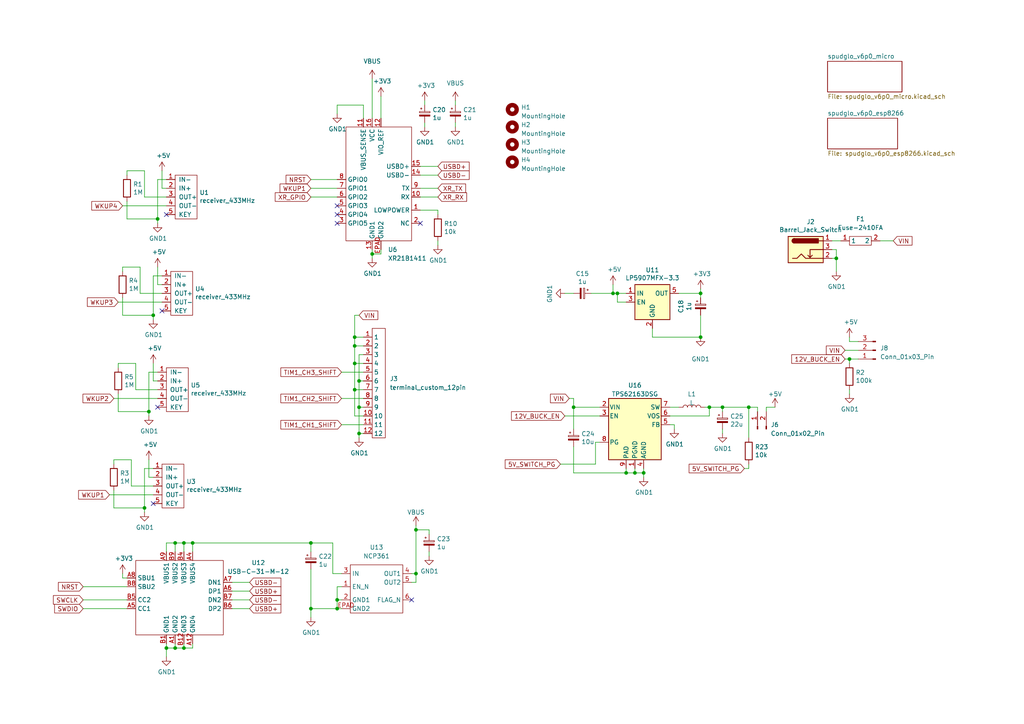
<source format=kicad_sch>
(kicad_sch (version 20230121) (generator eeschema)
  (paper "A4")
  (lib_symbols
    (symbol "Connector:Barrel_Jack_Switch" (pin_names hide)
      (property "Reference" "J" (at 0 5.334 0))
      (property "Value" "Barrel_Jack_Switch" (at 0 -5.08 0))
      (symbol "Barrel_Jack_Switch_0_1"
        (rectangle (start -5.08 3.81) (end 5.08 -3.81) (stroke (width 0.254)) (fill (type background)))
        (arc (start -3.302 3.175) (mid -3.9343 2.54) (end -3.302 1.905) (stroke (width 0.254)))
        (arc (start -3.302 3.175) (mid -3.9343 2.54) (end -3.302 1.905) (stroke (width 0.254)) (fill (type outline)))
        (polyline (pts (xy 1.27 -2.286) (xy 1.905 -1.651)) (stroke (width 0.254)))
        (polyline (pts (xy 5.08 2.54) (xy 3.81 2.54)) (stroke (width 0.254)))
        (polyline (pts (xy 5.08 0) (xy 1.27 0) (xy 1.27 -2.286) (xy 0.635 -1.651)) (stroke (width 0.254)))
        (polyline (pts (xy -3.81 -2.54) (xy -2.54 -2.54) (xy -1.27 -1.27) (xy 0 -2.54) (xy 2.54 -2.54) (xy 5.08 -2.54)) (stroke (width 0.254)))
        (rectangle (start 3.683 3.175) (end -3.302 1.905) (stroke (width 0.254)) (fill (type outline)))
      )
      (symbol "Barrel_Jack_Switch_1_1"
        (pin passive line (at 7.62 2.54 180) (length 2.54) (name "~") (number "1"))
        (pin passive line (at 7.62 -2.54 180) (length 2.54) (name "~") (number "2"))
        (pin passive line (at 7.62 0 180) (length 2.54) (name "~") (number "3"))
      )
    )
    (symbol "Connector:Conn_01x02_Pin" (pin_names (offset 1.016) hide)
      (property "Reference" "J" (at 0 2.54 0))
      (property "Value" "Conn_01x02_Pin" (at 0 -5.08 0))
      (symbol "Conn_01x02_Pin_1_1"
        (polyline (pts (xy 1.27 -2.54) (xy 0.8636 -2.54)) (stroke (width 0.1524)))
        (polyline (pts (xy 1.27 0) (xy 0.8636 0)) (stroke (width 0.1524)))
        (rectangle (start 0.8636 -2.413) (end 0 -2.667) (stroke (width 0.1524)) (fill (type outline)))
        (rectangle (start 0.8636 0.127) (end 0 -0.127) (stroke (width 0.1524)) (fill (type outline)))
        (pin passive line (at 5.08 0 180) (length 3.81) (name "Pin_1") (number "1"))
        (pin passive line (at 5.08 -2.54 180) (length 3.81) (name "Pin_2") (number "2"))
      )
    )
    (symbol "Connector:Conn_01x03_Pin" (pin_names (offset 1.016) hide)
      (property "Reference" "J" (at 0 5.08 0))
      (property "Value" "Conn_01x03_Pin" (at 0 -5.08 0))
      (symbol "Conn_01x03_Pin_1_1"
        (polyline (pts (xy 1.27 -2.54) (xy 0.8636 -2.54)) (stroke (width 0.1524)))
        (polyline (pts (xy 1.27 0) (xy 0.8636 0)) (stroke (width 0.1524)))
        (polyline (pts (xy 1.27 2.54) (xy 0.8636 2.54)) (stroke (width 0.1524)))
        (rectangle (start 0.8636 -2.413) (end 0 -2.667) (stroke (width 0.1524)) (fill (type outline)))
        (rectangle (start 0.8636 0.127) (end 0 -0.127) (stroke (width 0.1524)) (fill (type outline)))
        (rectangle (start 0.8636 2.667) (end 0 2.413) (stroke (width 0.1524)) (fill (type outline)))
        (pin passive line (at 5.08 2.54 180) (length 3.81) (name "Pin_1") (number "1"))
        (pin passive line (at 5.08 0 180) (length 3.81) (name "Pin_2") (number "2"))
        (pin passive line (at 5.08 -2.54 180) (length 3.81) (name "Pin_3") (number "3"))
      )
    )
    (symbol "Device:L" (pin_numbers hide) (pin_names (offset 1.016) hide)
      (property "Reference" "L" (at -1.27 0 90))
      (property "Value" "L" (at 1.905 0 90))
      (symbol "L_0_1"
        (arc (start 0 -2.54) (mid 0.6323 -1.905) (end 0 -1.27))
        (arc (start 0 -1.27) (mid 0.6323 -0.635) (end 0 0))
        (arc (start 0 0) (mid 0.6323 0.635) (end 0 1.27))
        (arc (start 0 1.27) (mid 0.6323 1.905) (end 0 2.54))
      )
      (symbol "L_1_1"
        (pin passive line (at 0 3.81 270) (length 1.27) (name "1") (number "1"))
        (pin passive line (at 0 -3.81 90) (length 1.27) (name "2") (number "2"))
      )
    )
    (symbol "Device:R" (pin_numbers hide) (pin_names (offset 0))
      (property "Reference" "R" (at 2.032 0 90))
      (property "Value" "R" (at 0 0 90))
      (symbol "R_0_1"
        (rectangle (start -1.016 -2.54) (end 1.016 2.54) (stroke (width 0.254)))
      )
      (symbol "R_1_1"
        (pin passive line (at 0 3.81 270) (length 1.27) (name "~") (number "1"))
        (pin passive line (at 0 -3.81 90) (length 1.27) (name "~") (number "2"))
      )
    )
    (symbol "Mechanical:MountingHole" (pin_names (offset 1.016))
      (property "Reference" "H" (at 0 5.08 0))
      (property "Value" "MountingHole" (at 0 3.175 0))
      (symbol "MountingHole_0_1"
        (circle (center 0 0) (radius 1.27) (stroke (width 1.27)))
      )
    )
    (symbol "NCP361_1"
      (property "Reference" "U" (at 1.27 1.27 0))
      (property "Value" "NCP361_1" (at 12.7 -15.24 0))
      (symbol "NCP361_1_0_1"
        (rectangle (start 0 0) (end 15.24 -13.97))
      )
      (symbol "NCP361_1_1_1"
        (pin input line (at -2.54 -6.35 0) (length 2.54) (name "EN_N") (number "1"))
        (pin input line (at -2.54 -10.16 0) (length 2.54) (name "GND1") (number "2"))
        (pin input line (at -2.54 -2.54 0) (length 2.54) (name "IN") (number "3"))
        (pin input line (at 17.78 -2.54 180) (length 2.54) (name "OUT1") (number "4"))
        (pin input line (at 17.78 -5.08 180) (length 2.54) (name "OUT2") (number "5"))
        (pin input line (at 17.78 -10.16 180) (length 2.54) (name "FLAG_N") (number "6"))
        (pin input line (at -2.54 -12.7 0) (length 2.54) (name "GND2") (number "EPAD"))
      )
    )
    (symbol "Regulator_Linear:LP5907MFX-3.3"
      (property "Reference" "U" (at -3.81 6.35 0))
      (property "Value" "LP5907MFX-3.3" (at 6.35 6.35 0))
      (symbol "LP5907MFX-3.3_0_1"
        (rectangle (start -5.08 -5.08) (end 5.08 5.08) (stroke (width 0.254)) (fill (type background)))
        (pin power_in line (at -7.62 2.54 0) (length 2.54) (name "IN") (number "1"))
        (pin power_in line (at 0 -7.62 90) (length 2.54) (name "GND") (number "2"))
        (pin input line (at -7.62 0 0) (length 2.54) (name "EN") (number "3"))
        (pin no_connect line (at 5.08 0 180) (length 2.54) hide (name "NC") (number "4"))
        (pin power_out line (at 7.62 2.54 180) (length 2.54) (name "OUT") (number "5"))
      )
    )
    (symbol "Regulator_Switching:TPS62163DSG" (pin_names (offset 0.254))
      (property "Reference" "U" (at -7.62 11.43 0))
      (property "Value" "TPS62163DSG" (at -1.27 11.43 0))
      (symbol "TPS62163DSG_0_1"
        (rectangle (start -7.62 10.16) (end 7.62 -7.62) (stroke (width 0.254)) (fill (type background)))
      )
      (symbol "TPS62163DSG_1_1"
        (pin power_in line (at 0 -10.16 90) (length 2.54) (name "PGND") (number "1"))
        (pin power_in line (at -10.16 7.62 0) (length 2.54) (name "VIN") (number "2"))
        (pin input line (at -10.16 5.08 0) (length 2.54) (name "EN") (number "3"))
        (pin power_in line (at 2.54 -10.16 90) (length 2.54) (name "AGND") (number "4"))
        (pin input line (at 10.16 2.54 180) (length 2.54) (name "FB") (number "5"))
        (pin input line (at 10.16 5.08 180) (length 2.54) (name "VOS") (number "6"))
        (pin output line (at 10.16 7.62 180) (length 2.54) (name "SW") (number "7"))
        (pin open_collector line (at -10.16 -2.54 0) (length 2.54) (name "PG") (number "8"))
        (pin power_in line (at -2.54 -10.16 90) (length 2.54) (name "PAD") (number "9"))
      )
    )
    (symbol "XR21B1411_1"
      (property "Reference" "U" (at 1.27 1.27 0))
      (property "Value" "XR21B1411_1" (at 20.32 -34.29 0))
      (symbol "XR21B1411_1_0_1"
        (rectangle (start 0 0) (end 19.05 -33.02))
      )
      (symbol "XR21B1411_1_1_1"
        (pin input line (at 21.59 -24.13 180) (length 2.54) (name "LOWPOWER") (number "1"))
        (pin input line (at 21.59 -20.32 180) (length 2.54) (name "RX") (number "10"))
        (pin input line (at 5.08 2.54 270) (length 2.54) (name "VBUS_SENSE") (number "11"))
        (pin input line (at 10.16 2.54 270) (length 2.54) (name "VIO_REF") (number "12"))
        (pin input line (at 7.62 -35.56 90) (length 2.54) (name "GND1") (number "13"))
        (pin input line (at 21.59 -13.97 180) (length 2.54) (name "USBD-") (number "14"))
        (pin input line (at 21.59 -11.43 180) (length 2.54) (name "USBD+") (number "15"))
        (pin input line (at 7.62 2.54 270) (length 2.54) (name "VCC") (number "16"))
        (pin input line (at 21.59 -27.94 180) (length 2.54) (name "NC") (number "2"))
        (pin input line (at -2.54 -27.94 0) (length 2.54) (name "GPIO5") (number "3"))
        (pin input line (at -2.54 -25.4 0) (length 2.54) (name "GPIO4") (number "4"))
        (pin input line (at -2.54 -22.86 0) (length 2.54) (name "GPIO3") (number "5"))
        (pin input line (at -2.54 -20.32 0) (length 2.54) (name "GPIO2") (number "6"))
        (pin input line (at -2.54 -17.78 0) (length 2.54) (name "GPIO1") (number "7"))
        (pin input line (at -2.54 -15.24 0) (length 2.54) (name "GPIO0") (number "8"))
        (pin input line (at 21.59 -17.78 180) (length 2.54) (name "TX") (number "9"))
        (pin input line (at 10.16 -35.56 90) (length 2.54) (name "GND2") (number "EPAD"))
      )
    )
    (symbol "power:+5V" (power) (pin_names (offset 0))
      (property "Value" "+5V" (at 0 3.556 0))
      (symbol "+5V_0_1"
        (polyline (pts (xy -0.762 1.27) (xy 0 2.54)))
        (polyline (pts (xy 0 0) (xy 0 2.54)))
        (polyline (pts (xy 0 2.54) (xy 0.762 1.27)))
      )
      (symbol "+5V_1_1"
        (pin power_in line (at 0 0 90) (length 0) hide (name "+5V") (number "1"))
      )
    )
    (symbol "power:GND1" (power) (pin_names (offset 0))
      (property "Value" "GND1" (at 0 -3.81 0))
      (symbol "GND1_0_1"
        (polyline (pts (xy 0 0) (xy 0 -1.27) (xy 1.27 -1.27) (xy 0 -2.54) (xy -1.27 -1.27) (xy 0 -1.27)))
      )
      (symbol "GND1_1_1"
        (pin power_in line (at 0 0 270) (length 0) hide (name "GND1") (number "1"))
      )
    )
    (symbol "power:VBUS" (power) (pin_names (offset 0))
      (property "Value" "VBUS" (at 0 3.81 0))
      (symbol "VBUS_0_1"
        (polyline (pts (xy -0.762 1.27) (xy 0 2.54)))
        (polyline (pts (xy 0 0) (xy 0 2.54)))
        (polyline (pts (xy 0 2.54) (xy 0.762 1.27)))
      )
      (symbol "VBUS_1_1"
        (pin power_in line (at 0 0 90) (length 0) hide (name "VBUS") (number "1"))
      )
    )
    (symbol "spudglo_driver_v3p1-rescue:+3.3V-power" (power) (pin_names (offset 0))
      (property "Value" "+3.3V-power" (at 0 3.556 0))
      (symbol "+3.3V-power_0_1"
        (polyline (pts (xy -0.762 1.27) (xy 0 2.54)))
        (polyline (pts (xy 0 0) (xy 0 2.54)))
        (polyline (pts (xy 0 2.54) (xy 0.762 1.27)))
      )
      (symbol "+3.3V-power_1_1"
        (pin power_in line (at 0 0 90) (length 0) hide (name "+3V3") (number "1"))
      )
    )
    (symbol "spudglo_driver_v3p1-rescue:CP_Small-Device" (pin_numbers hide) (pin_names (offset 0.254) hide)
      (property "Reference" "C" (at 0.254 1.778 0))
      (property "Value" "CP_Small-Device" (at 0.254 -2.032 0))
      (symbol "CP_Small-Device_0_1"
        (rectangle (start -1.524 -0.3048) (end 1.524 -0.6858) (fill (type outline)))
        (rectangle (start -1.524 0.6858) (end 1.524 0.3048))
        (polyline (pts (xy -1.27 1.524) (xy -0.762 1.524)))
        (polyline (pts (xy -1.016 1.27) (xy -1.016 1.778)))
      )
      (symbol "CP_Small-Device_1_1"
        (pin passive line (at 0 2.54 270) (length 1.8542) (name "~") (number "1"))
        (pin passive line (at 0 -2.54 90) (length 1.8542) (name "~") (number "2"))
      )
    )
    (symbol "spudglo_driver_v3p1-rescue:receiver_433MHz-srw_custom" (pin_names (offset 1.016))
      (property "Reference" "U" (at 0 0 0))
      (property "Value" "receiver_433MHz-srw_custom" (at 2.54 -20.32 0))
      (symbol "receiver_433MHz-srw_custom_0_1"
        (rectangle (start 2.54 -2.54) (end 8.89 -15.24))
      )
      (symbol "receiver_433MHz-srw_custom_1_1"
        (pin input line (at 0 -3.81 0) (length 2.54) (name "IN-") (number "1"))
        (pin input line (at 0 -6.35 0) (length 2.54) (name "IN+") (number "2"))
        (pin input line (at 0 -8.89 0) (length 2.54) (name "OUT+") (number "3"))
        (pin input line (at 0 -11.43 0) (length 2.54) (name "OUT-") (number "4"))
        (pin input line (at 0 -13.97 0) (length 2.54) (name "KEY") (number "5"))
      )
    )
    (symbol "srw_custom:Fuse-2410FA"
      (property "Reference" "F" (at 0 0 0))
      (property "Value" "Fuse-2410FA" (at 0 2.54 0))
      (symbol "Fuse-2410FA_0_1"
        (rectangle (start 0 -2.54) (end 6.35 -5.08))
      )
      (symbol "Fuse-2410FA_1_1"
        (pin input line (at -2.54 -3.81 0) (length 2.54) (name "1") (number "1"))
        (pin input line (at 8.89 -3.81 180) (length 2.54) (name "2") (number "2"))
      )
    )
    (symbol "srw_custom:USB-C-31-M-12"
      (property "Reference" "U" (at 0 1.27 0))
      (property "Value" "USB-C-31-M-12" (at 27.94 -24.13 0))
      (symbol "USB-C-31-M-12_0_1"
        (rectangle (start 0 0) (end 25.4 -21.59))
      )
      (symbol "USB-C-31-M-12_1_1"
        (pin input line (at 11.43 -24.13 90) (length 2.54) (name "GND2") (number "A1"))
        (pin input line (at 16.51 -24.13 90) (length 2.54) (name "GND4") (number "A12"))
        (pin input line (at 16.51 2.54 270) (length 2.54) (name "VBUS4") (number "A4"))
        (pin input line (at -2.54 -13.97 0) (length 2.54) (name "CC1") (number "A5"))
        (pin input line (at 27.94 -8.89 180) (length 2.54) (name "DP1") (number "A6"))
        (pin input line (at 27.94 -6.35 180) (length 2.54) (name "DN1") (number "A7"))
        (pin input line (at -2.54 -5.08 0) (length 2.54) (name "SBU1") (number "A8"))
        (pin input line (at 8.89 2.54 270) (length 2.54) (name "VBUS1") (number "A9"))
        (pin input line (at 8.89 -24.13 90) (length 2.54) (name "GND1") (number "B1"))
        (pin input line (at 13.97 -24.13 90) (length 2.54) (name "GND3") (number "B12"))
        (pin input line (at 13.97 2.54 270) (length 2.54) (name "VBUS3") (number "B4"))
        (pin input line (at -2.54 -11.43 0) (length 2.54) (name "CC2") (number "B5"))
        (pin input line (at 27.94 -13.97 180) (length 2.54) (name "DP2") (number "B6"))
        (pin input line (at 27.94 -11.43 180) (length 2.54) (name "DN2") (number "B7"))
        (pin input line (at -2.54 -7.62 0) (length 2.54) (name "SBU2") (number "B8"))
        (pin input line (at 11.43 2.54 270) (length 2.54) (name "VBUS2") (number "B9"))
      )
    )
    (symbol "srw_custom:terminal_custom_12pin"
      (property "Reference" "J" (at 0 -1.27 0))
      (property "Value" "terminal_custom_12pin" (at 0 1.27 0))
      (symbol "terminal_custom_12pin_0_1"
        (rectangle (start 0 -2.54) (end 3.81 -34.29))
      )
      (symbol "terminal_custom_12pin_1_1"
        (pin input line (at -2.54 -5.08 0) (length 2.54) (name "1") (number "1"))
        (pin input line (at -2.54 -27.94 0) (length 2.54) (name "10") (number "10"))
        (pin input line (at -2.54 -30.48 0) (length 2.54) (name "11") (number "11"))
        (pin input line (at -2.54 -33.02 0) (length 2.54) (name "12") (number "12"))
        (pin input line (at -2.54 -7.62 0) (length 2.54) (name "2") (number "2"))
        (pin input line (at -2.54 -10.16 0) (length 2.54) (name "3") (number "3"))
        (pin input line (at -2.54 -12.7 0) (length 2.54) (name "4") (number "4"))
        (pin input line (at -2.54 -15.24 0) (length 2.54) (name "5") (number "5"))
        (pin input line (at -2.54 -17.78 0) (length 2.54) (name "6") (number "6"))
        (pin input line (at -2.54 -20.32 0) (length 2.54) (name "7") (number "7"))
        (pin input line (at -2.54 -22.86 0) (length 2.54) (name "8") (number "8"))
        (pin input line (at -2.54 -25.4 0) (length 2.54) (name "9") (number "9"))
      )
    )
  )
  (junction (at 50.8 157.48))
  (junction (at 43.18 119.38))
  (junction (at 55.88 157.48))
  (junction (at 186.69 137.16))
  (junction (at 90.17 157.48))
  (junction (at 102.87 97.79))
  (junction (at 104.14 118.11))
  (junction (at 102.87 100.33))
  (junction (at 184.15 137.16))
  (junction (at 53.34 157.48))
  (junction (at 205.74 118.11))
  (junction (at 203.2 85.09))
  (junction (at 242.57 74.93))
  (junction (at 179.07 85.09))
  (junction (at 104.14 110.49))
  (junction (at 120.65 166.37))
  (junction (at 53.34 187.96))
  (junction (at 104.14 125.73))
  (junction (at 90.17 176.53))
  (junction (at 107.95 73.66))
  (junction (at 102.87 105.41))
  (junction (at 166.37 118.11))
  (junction (at 41.91 147.32))
  (junction (at 44.45 91.44))
  (junction (at 102.87 113.03))
  (junction (at 246.38 104.14))
  (junction (at 97.79 176.53))
  (junction (at 45.72 63.5))
  (junction (at 50.8 187.96))
  (junction (at 97.79 173.99))
  (junction (at 217.17 118.11))
  (junction (at 181.61 137.16))
  (junction (at 48.26 187.96))
  (junction (at 120.65 153.67))
  (junction (at 203.2 97.79))
  (junction (at 209.55 118.11))
  (junction (at 177.8 85.09))
  (no_connect (at 97.79 62.23))
  (no_connect (at 45.72 118.11))
  (no_connect (at 121.92 64.77))
  (no_connect (at 46.99 90.17))
  (no_connect (at 119.38 173.99))
  (no_connect (at 97.79 64.77))
  (no_connect (at 44.45 146.05))
  (no_connect (at 48.26 62.23))
  (no_connect (at 97.79 59.69))
  (wire (pts (xy 127 60.96) (xy 121.92 60.96)))
  (wire (pts (xy 105.41 30.48) (xy 105.41 34.29)))
  (wire (pts (xy 219.71 118.11) (xy 217.17 118.11)))
  (wire (pts (xy 222.25 118.11) (xy 222.25 119.38)))
  (wire (pts (xy 48.26 52.07) (xy 45.72 52.07)))
  (wire (pts (xy 181.61 87.63) (xy 179.07 87.63)))
  (wire (pts (xy 219.71 119.38) (xy 219.71 118.11)))
  (wire (pts (xy 104.14 125.73) (xy 105.41 125.73)))
  (wire (pts (xy 194.31 120.65) (xy 205.74 120.65)))
  (wire (pts (xy 184.15 135.89) (xy 184.15 137.16)))
  (wire (pts (xy 203.2 85.09) (xy 196.85 85.09)))
  (wire (pts (xy 242.57 72.39) (xy 241.3 72.39)))
  (wire (pts (xy 163.83 85.09) (xy 166.37 85.09)))
  (wire (pts (xy 102.87 105.41) (xy 105.41 105.41)))
  (wire (pts (xy 246.38 104.14) (xy 248.92 104.14)))
  (wire (pts (xy 189.23 97.79) (xy 203.2 97.79)))
  (wire (pts (xy 99.06 115.57) (xy 105.41 115.57)))
  (wire (pts (xy 242.57 74.93) (xy 242.57 78.74)))
  (wire (pts (xy 241.3 69.85) (xy 243.84 69.85)))
  (wire (pts (xy 102.87 100.33) (xy 105.41 100.33)))
  (wire (pts (xy 172.72 128.27) (xy 173.99 128.27)))
  (wire (pts (xy 90.17 157.48) (xy 90.17 160.02)))
  (wire (pts (xy 245.11 104.14) (xy 246.38 104.14)))
  (wire (pts (xy 124.46 160.02) (xy 124.46 161.29)))
  (wire (pts (xy 181.61 85.09) (xy 179.07 85.09)))
  (wire (pts (xy 102.87 91.44) (xy 104.14 91.44)))
  (wire (pts (xy 172.72 134.62) (xy 172.72 128.27)))
  (wire (pts (xy 33.02 133.35) (xy 33.02 134.62)))
  (wire (pts (xy 46.99 80.01) (xy 44.45 80.01)))
  (wire (pts (xy 127 62.23) (xy 127 60.96)))
  (wire (pts (xy 97.79 33.02) (xy 97.79 30.48)))
  (wire (pts (xy 24.13 176.53) (xy 36.83 176.53)))
  (wire (pts (xy 90.17 176.53) (xy 90.17 179.07)))
  (wire (pts (xy 53.34 157.48) (xy 55.88 157.48)))
  (wire (pts (xy 104.14 118.11) (xy 104.14 125.73)))
  (wire (pts (xy 224.79 118.11) (xy 222.25 118.11)))
  (wire (pts (xy 166.37 129.54) (xy 166.37 137.16)))
  (wire (pts (xy 90.17 176.53) (xy 97.79 176.53)))
  (wire (pts (xy 43.18 119.38) (xy 34.29 119.38)))
  (wire (pts (xy 48.26 57.15) (xy 41.91 57.15)))
  (wire (pts (xy 166.37 118.11) (xy 173.99 118.11)))
  (wire (pts (xy 215.9 135.89) (xy 217.17 135.89)))
  (wire (pts (xy 39.37 113.03) (xy 39.37 105.41)))
  (wire (pts (xy 217.17 118.11) (xy 209.55 118.11)))
  (wire (pts (xy 102.87 105.41) (xy 102.87 113.03)))
  (wire (pts (xy 242.57 74.93) (xy 242.57 72.39)))
  (wire (pts (xy 189.23 95.25) (xy 189.23 97.79)))
  (wire (pts (xy 105.41 102.87) (xy 104.14 102.87)))
  (wire (pts (xy 44.45 140.97) (xy 38.1 140.97)))
  (wire (pts (xy 44.45 91.44) (xy 44.45 92.71)))
  (wire (pts (xy 97.79 176.53) (xy 99.06 176.53)))
  (wire (pts (xy 67.31 168.91) (xy 72.39 168.91)))
  (wire (pts (xy 41.91 57.15) (xy 41.91 49.53)))
  (wire (pts (xy 194.31 118.11) (xy 196.85 118.11)))
  (wire (pts (xy 48.26 54.61) (xy 46.99 54.61)))
  (wire (pts (xy 34.29 105.41) (xy 34.29 106.68)))
  (wire (pts (xy 48.26 157.48) (xy 48.26 160.02)))
  (wire (pts (xy 205.74 120.65) (xy 205.74 118.11)))
  (wire (pts (xy 53.34 186.69) (xy 53.34 187.96)))
  (wire (pts (xy 107.95 73.66) (xy 110.49 73.66)))
  (wire (pts (xy 127 69.85) (xy 127 71.12)))
  (wire (pts (xy 35.56 59.69) (xy 48.26 59.69)))
  (wire (pts (xy 38.1 140.97) (xy 38.1 133.35)))
  (wire (pts (xy 45.72 107.95) (xy 43.18 107.95)))
  (wire (pts (xy 203.2 91.44) (xy 203.2 97.79)))
  (wire (pts (xy 132.08 29.21) (xy 132.08 30.48)))
  (wire (pts (xy 107.95 72.39) (xy 107.95 73.66)))
  (wire (pts (xy 177.8 85.09) (xy 171.45 85.09)))
  (wire (pts (xy 33.02 147.32) (xy 41.91 147.32)))
  (wire (pts (xy 179.07 85.09) (xy 177.8 85.09)))
  (wire (pts (xy 97.79 176.53) (xy 97.79 173.99)))
  (wire (pts (xy 45.72 113.03) (xy 39.37 113.03)))
  (wire (pts (xy 33.02 115.57) (xy 45.72 115.57)))
  (wire (pts (xy 203.2 85.09) (xy 203.2 83.82)))
  (wire (pts (xy 43.18 138.43) (xy 43.18 133.35)))
  (wire (pts (xy 184.15 137.16) (xy 186.69 137.16)))
  (wire (pts (xy 67.31 173.99) (xy 72.39 173.99)))
  (wire (pts (xy 246.38 113.03) (xy 246.38 114.3)))
  (wire (pts (xy 121.92 54.61) (xy 127 54.61)))
  (wire (pts (xy 163.83 120.65) (xy 173.99 120.65)))
  (wire (pts (xy 124.46 154.94) (xy 124.46 153.67)))
  (wire (pts (xy 179.07 87.63) (xy 179.07 85.09)))
  (wire (pts (xy 107.95 73.66) (xy 107.95 74.93)))
  (wire (pts (xy 35.56 91.44) (xy 44.45 91.44)))
  (wire (pts (xy 34.29 87.63) (xy 46.99 87.63)))
  (wire (pts (xy 36.83 58.42) (xy 36.83 63.5)))
  (wire (pts (xy 110.49 27.94) (xy 110.49 34.29)))
  (wire (pts (xy 96.52 157.48) (xy 96.52 166.37)))
  (wire (pts (xy 48.26 157.48) (xy 50.8 157.48)))
  (wire (pts (xy 166.37 137.16) (xy 181.61 137.16)))
  (wire (pts (xy 90.17 54.61) (xy 97.79 54.61)))
  (wire (pts (xy 99.06 107.95) (xy 105.41 107.95)))
  (wire (pts (xy 209.55 119.38) (xy 209.55 118.11)))
  (wire (pts (xy 50.8 186.69) (xy 50.8 187.96)))
  (wire (pts (xy 120.65 153.67) (xy 120.65 166.37)))
  (wire (pts (xy 255.27 69.85) (xy 259.08 69.85)))
  (wire (pts (xy 97.79 30.48) (xy 105.41 30.48)))
  (wire (pts (xy 120.65 152.4) (xy 120.65 153.67)))
  (wire (pts (xy 104.14 118.11) (xy 104.14 110.49)))
  (wire (pts (xy 246.38 104.14) (xy 246.38 105.41)))
  (wire (pts (xy 53.34 187.96) (xy 55.88 187.96)))
  (wire (pts (xy 123.19 29.21) (xy 123.19 30.48)))
  (wire (pts (xy 99.06 170.18) (xy 97.79 170.18)))
  (wire (pts (xy 53.34 160.02) (xy 53.34 157.48)))
  (wire (pts (xy 45.72 110.49) (xy 44.45 110.49)))
  (wire (pts (xy 35.56 86.36) (xy 35.56 91.44)))
  (wire (pts (xy 33.02 142.24) (xy 33.02 147.32)))
  (wire (pts (xy 90.17 165.1) (xy 90.17 176.53)))
  (wire (pts (xy 36.83 63.5) (xy 45.72 63.5)))
  (wire (pts (xy 48.26 187.96) (xy 48.26 190.5)))
  (wire (pts (xy 36.83 49.53) (xy 36.83 50.8)))
  (wire (pts (xy 67.31 171.45) (xy 72.39 171.45)))
  (wire (pts (xy 181.61 135.89) (xy 181.61 137.16)))
  (wire (pts (xy 40.64 85.09) (xy 40.64 77.47)))
  (wire (pts (xy 67.31 176.53) (xy 72.39 176.53)))
  (wire (pts (xy 43.18 107.95) (xy 43.18 119.38)))
  (wire (pts (xy 40.64 77.47) (xy 35.56 77.47)))
  (wire (pts (xy 166.37 118.11) (xy 166.37 124.46)))
  (wire (pts (xy 50.8 157.48) (xy 53.34 157.48)))
  (wire (pts (xy 24.13 170.18) (xy 36.83 170.18)))
  (wire (pts (xy 43.18 119.38) (xy 43.18 120.65)))
  (wire (pts (xy 205.74 118.11) (xy 204.47 118.11)))
  (wire (pts (xy 45.72 52.07) (xy 45.72 63.5)))
  (wire (pts (xy 55.88 157.48) (xy 90.17 157.48)))
  (wire (pts (xy 46.99 82.55) (xy 45.72 82.55)))
  (wire (pts (xy 50.8 160.02) (xy 50.8 157.48)))
  (wire (pts (xy 195.58 124.46) (xy 195.58 123.19)))
  (wire (pts (xy 123.19 35.56) (xy 123.19 36.83)))
  (wire (pts (xy 162.56 134.62) (xy 172.72 134.62)))
  (wire (pts (xy 90.17 57.15) (xy 97.79 57.15)))
  (wire (pts (xy 177.8 82.55) (xy 177.8 85.09)))
  (wire (pts (xy 90.17 157.48) (xy 96.52 157.48)))
  (wire (pts (xy 44.45 135.89) (xy 41.91 135.89)))
  (wire (pts (xy 186.69 137.16) (xy 186.69 138.43)))
  (wire (pts (xy 99.06 123.19) (xy 105.41 123.19)))
  (wire (pts (xy 120.65 168.91) (xy 119.38 168.91)))
  (wire (pts (xy 181.61 137.16) (xy 184.15 137.16)))
  (wire (pts (xy 102.87 105.41) (xy 102.87 100.33)))
  (wire (pts (xy 166.37 115.57) (xy 165.1 115.57)))
  (wire (pts (xy 203.2 86.36) (xy 203.2 85.09)))
  (wire (pts (xy 241.3 74.93) (xy 242.57 74.93)))
  (wire (pts (xy 209.55 118.11) (xy 205.74 118.11)))
  (wire (pts (xy 104.14 110.49) (xy 105.41 110.49)))
  (wire (pts (xy 35.56 167.64) (xy 35.56 166.37)))
  (wire (pts (xy 39.37 105.41) (xy 34.29 105.41)))
  (wire (pts (xy 107.95 22.86) (xy 107.95 34.29)))
  (wire (pts (xy 99.06 173.99) (xy 97.79 173.99)))
  (wire (pts (xy 35.56 77.47) (xy 35.56 78.74)))
  (wire (pts (xy 36.83 167.64) (xy 35.56 167.64)))
  (wire (pts (xy 217.17 118.11) (xy 217.17 127)))
  (wire (pts (xy 119.38 166.37) (xy 120.65 166.37)))
  (wire (pts (xy 104.14 127) (xy 104.14 125.73)))
  (wire (pts (xy 102.87 100.33) (xy 102.87 97.79)))
  (wire (pts (xy 102.87 113.03) (xy 105.41 113.03)))
  (wire (pts (xy 31.75 143.51) (xy 44.45 143.51)))
  (wire (pts (xy 44.45 110.49) (xy 44.45 105.41)))
  (wire (pts (xy 209.55 124.46) (xy 209.55 125.73)))
  (wire (pts (xy 104.14 118.11) (xy 105.41 118.11)))
  (wire (pts (xy 24.13 173.99) (xy 36.83 173.99)))
  (wire (pts (xy 46.99 85.09) (xy 40.64 85.09)))
  (wire (pts (xy 96.52 166.37) (xy 99.06 166.37)))
  (wire (pts (xy 132.08 35.56) (xy 132.08 36.83)))
  (wire (pts (xy 121.92 50.8) (xy 127 50.8)))
  (wire (pts (xy 41.91 135.89) (xy 41.91 147.32)))
  (wire (pts (xy 55.88 160.02) (xy 55.88 157.48)))
  (wire (pts (xy 45.72 82.55) (xy 45.72 77.47)))
  (wire (pts (xy 48.26 187.96) (xy 50.8 187.96)))
  (wire (pts (xy 90.17 52.07) (xy 97.79 52.07)))
  (wire (pts (xy 34.29 119.38) (xy 34.29 114.3)))
  (wire (pts (xy 102.87 97.79) (xy 105.41 97.79)))
  (wire (pts (xy 104.14 102.87) (xy 104.14 110.49)))
  (wire (pts (xy 102.87 91.44) (xy 102.87 97.79)))
  (wire (pts (xy 246.38 99.06) (xy 246.38 97.79)))
  (wire (pts (xy 38.1 133.35) (xy 33.02 133.35)))
  (wire (pts (xy 41.91 49.53) (xy 36.83 49.53)))
  (wire (pts (xy 44.45 80.01) (xy 44.45 91.44)))
  (wire (pts (xy 124.46 153.67) (xy 120.65 153.67)))
  (wire (pts (xy 121.92 48.26) (xy 127 48.26)))
  (wire (pts (xy 48.26 186.69) (xy 48.26 187.96)))
  (wire (pts (xy 41.91 147.32) (xy 41.91 148.59)))
  (wire (pts (xy 55.88 186.69) (xy 55.88 187.96)))
  (wire (pts (xy 195.58 123.19) (xy 194.31 123.19)))
  (wire (pts (xy 217.17 135.89) (xy 217.17 134.62)))
  (wire (pts (xy 186.69 135.89) (xy 186.69 137.16)))
  (wire (pts (xy 110.49 73.66) (xy 110.49 72.39)))
  (wire (pts (xy 46.99 54.61) (xy 46.99 49.53)))
  (wire (pts (xy 97.79 170.18) (xy 97.79 173.99)))
  (wire (pts (xy 102.87 120.65) (xy 102.87 113.03)))
  (wire (pts (xy 44.45 138.43) (xy 43.18 138.43)))
  (wire (pts (xy 50.8 187.96) (xy 53.34 187.96)))
  (wire (pts (xy 45.72 63.5) (xy 45.72 64.77)))
  (wire (pts (xy 166.37 115.57) (xy 166.37 118.11)))
  (wire (pts (xy 105.41 120.65) (xy 102.87 120.65)))
  (wire (pts (xy 245.11 101.6) (xy 248.92 101.6)))
  (wire (pts (xy 248.92 99.06) (xy 246.38 99.06)))
  (wire (pts (xy 121.92 57.15) (xy 127 57.15)))
  (wire (pts (xy 120.65 166.37) (xy 120.65 168.91)))
  (global_label "WKUP3" (shape input) (at 34.29 87.63 180) (property "Intersheetrefs" "${INTERSHEET_REFS}" (effects hide)))
  (global_label "XR_GPIO" (shape input) (at 90.17 57.15 180) (property "Intersheetrefs" "${INTERSHEET_REFS}" (effects hide)))
  (global_label "USBD-" (shape input) (at 72.39 168.91 0) (property "Intersheetrefs" "${INTERSHEET_REFS}" (effects hide)))
  (global_label "XR_TX" (shape input) (at 127 54.61 0) (property "Intersheetrefs" "${INTERSHEET_REFS}" (effects hide)))
  (global_label "USBD+" (shape input) (at 72.39 171.45 0) (property "Intersheetrefs" "${INTERSHEET_REFS}" (effects hide)))
  (global_label "USBD+" (shape input) (at 72.39 176.53 0) (property "Intersheetrefs" "${INTERSHEET_REFS}" (effects hide)))
  (global_label "SWDIO" (shape input) (at 24.13 176.53 180) (property "Intersheetrefs" "${INTERSHEET_REFS}" (effects hide)))
  (global_label "5V_SWITCH_PG" (shape input) (at 215.9 135.89 180) (property "Intersheetrefs" "${INTERSHEET_REFS}" (effects hide)))
  (global_label "VIN" (shape input) (at 259.08 69.85 0) (property "Intersheetrefs" "${INTERSHEET_REFS}" (effects hide)))
  (global_label "TIM1_CH2_SHIFT" (shape input) (at 99.06 115.57 180) (property "Intersheetrefs" "${INTERSHEET_REFS}" (effects hide)))
  (global_label "WKUP2" (shape input) (at 33.02 115.57 180) (property "Intersheetrefs" "${INTERSHEET_REFS}" (effects hide)))
  (global_label "NRST" (shape input) (at 24.13 170.18 180) (property "Intersheetrefs" "${INTERSHEET_REFS}" (effects hide)))
  (global_label "USBD+" (shape input) (at 127 48.26 0) (property "Intersheetrefs" "${INTERSHEET_REFS}" (effects hide)))
  (global_label "WKUP1" (shape input) (at 90.17 54.61 180) (property "Intersheetrefs" "${INTERSHEET_REFS}" (effects hide)))
  (global_label "12V_BUCK_EN" (shape input) (at 245.11 104.14 180) (property "Intersheetrefs" "${INTERSHEET_REFS}" (effects hide)))
  (global_label "5V_SWITCH_PG" (shape input) (at 162.56 134.62 180) (property "Intersheetrefs" "${INTERSHEET_REFS}" (effects hide)))
  (global_label "XR_RX" (shape input) (at 127 57.15 0) (property "Intersheetrefs" "${INTERSHEET_REFS}" (effects hide)))
  (global_label "WKUP1" (shape input) (at 31.75 143.51 180) (property "Intersheetrefs" "${INTERSHEET_REFS}" (effects hide)))
  (global_label "12V_BUCK_EN" (shape input) (at 163.83 120.65 180) (property "Intersheetrefs" "${INTERSHEET_REFS}" (effects hide)))
  (global_label "TIM1_CH3_SHIFT" (shape input) (at 99.06 107.95 180) (property "Intersheetrefs" "${INTERSHEET_REFS}" (effects hide)))
  (global_label "VIN" (shape input) (at 245.11 101.6 180) (property "Intersheetrefs" "${INTERSHEET_REFS}" (effects hide)))
  (global_label "USBD-" (shape input) (at 127 50.8 0) (property "Intersheetrefs" "${INTERSHEET_REFS}" (effects hide)))
  (global_label "TIM1_CH1_SHIFT" (shape input) (at 99.06 123.19 180) (property "Intersheetrefs" "${INTERSHEET_REFS}" (effects hide)))
  (global_label "USBD-" (shape input) (at 72.39 173.99 0) (property "Intersheetrefs" "${INTERSHEET_REFS}" (effects hide)))
  (global_label "WKUP4" (shape input) (at 35.56 59.69 180) (property "Intersheetrefs" "${INTERSHEET_REFS}" (effects hide)))
  (global_label "VIN" (shape input) (at 165.1 115.57 180) (property "Intersheetrefs" "${INTERSHEET_REFS}" (effects hide)))
  (global_label "SWCLK" (shape input) (at 24.13 173.99 180) (property "Intersheetrefs" "${INTERSHEET_REFS}" (effects hide)))
  (global_label "NRST" (shape input) (at 90.17 52.07 180) (property "Intersheetrefs" "${INTERSHEET_REFS}" (effects hide)))
  (global_label "VIN" (shape input) (at 104.14 91.44 0) (property "Intersheetrefs" "${INTERSHEET_REFS}" (effects hide)))
  (symbol (lib_id "power:GND1") (at 104.14 127 0) (unit 1)
    (property "Reference" "#PWR02" (effects hide))
    (property "Value" "GND1" (at 104.267 131.3942 0))
  )
  (symbol (lib_id "spudglo_driver_v3p1-rescue:CP_Small-Device") (at 124.46 157.48 0) (unit 1)
    (property "Reference" "C23" (at 126.6952 156.3116 0) (effects (justify left)))
    (property "Value" "1u" (at 126.6952 158.623 0) (effects (justify left)))
    (property "Footprint" "Capacitor_SMD:C_0603_1608Metric_Pad1.08x0.95mm_HandSolder" (effects hide))
  )
  (symbol (lib_id "Device:R") (at 217.17 130.81 0) (unit 1)
    (property "Reference" "R23" (at 218.948 129.6416 0) (effects (justify left)))
    (property "Value" "10k" (at 218.948 131.953 0) (effects (justify left)))
    (property "Footprint" "Resistor_SMD:R_0603_1608Metric_Pad0.98x0.95mm_HandSolder" (effects hide))
  )
  (symbol (lib_id "power:GND1") (at 127 71.12 0) (unit 1)
    (property "Reference" "#PWR013" (effects hide))
    (property "Value" "GND1" (at 127.127 75.5142 0))
  )
  (symbol (lib_id "srw_custom:Fuse-2410FA") (at 246.38 66.04 0) (unit 1)
    (property "Reference" "F1" (at 249.555 63.5 0))
    (property "Value" "Fuse-2410FA" (at 249.555 66.04 0))
    (property "Footprint" "srw_custom:2410FA" (effects hide))
  )
  (symbol (lib_id "spudglo_driver_v3p1-rescue:CP_Small-Device") (at 209.55 121.92 0) (unit 1)
    (property "Reference" "C25" (at 211.7852 120.7516 0) (effects (justify left)))
    (property "Value" "22u" (at 211.7852 123.063 0) (effects (justify left)))
    (property "Footprint" "Capacitor_SMD:C_0603_1608Metric_Pad1.08x0.95mm_HandSolder" (effects hide))
  )
  (symbol (lib_id "spudglo_driver_v3p1-rescue:receiver_433MHz-srw_custom") (at 46.99 76.2 0) (unit 1)
    (property "Reference" "U4" (at 56.5912 83.7946 0) (effects (justify left)))
    (property "Value" "receiver_433MHz" (at 56.5912 86.106 0) (effects (justify left)))
    (property "Footprint" "Connector_PinHeader_2.54mm:PinHeader_1x05_P2.54mm_Vertical" (effects hide))
  )
  (symbol (lib_id "power:GND1") (at 242.57 78.74 0) (unit 1)
    (property "Reference" "#PWR019" (effects hide))
    (property "Value" "GND1" (at 242.697 83.1342 0))
  )
  (symbol (lib_id "power:GND1") (at 124.46 161.29 0) (unit 1)
    (property "Reference" "#PWR018" (effects hide))
    (property "Value" "GND1" (at 124.587 165.6842 0))
  )
  (symbol (lib_id "power:GND1") (at 203.2 97.79 0) (unit 1)
    (property "Reference" "#PWR024" (effects hide))
    (property "Value" "GND1" (at 203.2 104.14 0))
  )
  (symbol (lib_id "power:GND1") (at 41.91 148.59 0) (unit 1)
    (property "Reference" "#PWR0113" (effects hide))
    (property "Value" "GND1" (at 42.037 152.9842 0))
  )
  (symbol (lib_id "power:+5V") (at 46.99 49.53 0) (unit 1)
    (property "Reference" "#PWR0106" (effects hide))
    (property "Value" "+5V" (at 47.371 45.1358 0))
  )
  (symbol (lib_id "Regulator_Switching:TPS62163DSG") (at 184.15 125.73 0) (unit 1)
    (property "Reference" "U16" (at 184.15 111.76 0))
    (property "Value" "TPS62163DSG" (at 184.15 114.3 0))
    (property "Footprint" "Package_SON:WSON-8-1EP_2x2mm_P0.5mm_EP0.9x1.6mm_ThermalVias" (effects hide))
    (property "Datasheet" "http://www.ti.com/lit/ds/symlink/tps62160.pdf" (effects hide))
  )
  (symbol (lib_id "Connector:Conn_01x03_Pin") (at 254 101.6 180) (unit 1)
    (property "Reference" "J8" (at 255.27 100.965 0) (effects (justify right)))
    (property "Value" "Conn_01x03_Pin" (at 255.27 103.505 0) (effects (justify right)))
    (property "Footprint" "Connector_PinHeader_2.54mm:PinHeader_1x03_P2.54mm_Vertical" (effects hide))
  )
  (symbol (lib_id "spudglo_driver_v3p1-rescue:CP_Small-Device") (at 166.37 127 0) (unit 1)
    (property "Reference" "C24" (at 168.6052 125.8316 0) (effects (justify left)))
    (property "Value" "10u" (at 168.6052 128.143 0) (effects (justify left)))
    (property "Footprint" "Capacitor_SMD:C_0603_1608Metric_Pad1.08x0.95mm_HandSolder" (effects hide))
  )
  (symbol (lib_id "srw_custom:USB-C-31-M-12") (at 39.37 162.56 0) (unit 1)
    (property "Reference" "U12" (at 74.93 163.2203 0))
    (property "Value" "USB-C-31-M-12" (at 74.93 165.7603 0))
    (property "Footprint" "Connector_USB:USB_C_Receptacle_HRO_TYPE-C-31-M-12" (effects hide))
  )
  (symbol (lib_id "power:+5V") (at 43.18 133.35 0) (unit 1)
    (property "Reference" "#PWR0114" (effects hide))
    (property "Value" "+5V" (at 43.561 128.9558 0))
  )
  (symbol (lib_name "NCP361_1") (lib_id "srw_custom:NCP361") (at 101.6 163.83 0) (unit 1)
    (property "Reference" "U13" (at 109.22 158.75 0))
    (property "Value" "NCP361" (at 109.22 161.29 0))
    (property "Footprint" "srw_cuustom:NCP361" (effects hide))
  )
  (symbol (lib_id "power:GND1") (at 246.38 114.3 0) (unit 1)
    (property "Reference" "#PWR030" (effects hide))
    (property "Value" "GND1" (at 246.507 118.6942 0))
  )
  (symbol (lib_id "spudglo_driver_v3p1-rescue:CP_Small-Device") (at 90.17 162.56 0) (unit 1)
    (property "Reference" "C22" (at 92.4052 161.3916 0) (effects (justify left)))
    (property "Value" "1u" (at 92.4052 163.703 0) (effects (justify left)))
    (property "Footprint" "Capacitor_SMD:C_0603_1608Metric_Pad1.08x0.95mm_HandSolder" (effects hide))
  )
  (symbol (lib_id "spudglo_driver_v3p1-rescue:+3.3V-power") (at 110.49 27.94 0) (unit 1)
    (property "Reference" "#PWR09" (effects hide))
    (property "Value" "+3.3V" (at 110.871 23.5458 0))
  )
  (symbol (lib_id "power:GND1") (at 195.58 124.46 0) (unit 1)
    (property "Reference" "#PWR037" (effects hide))
    (property "Value" "GND1" (at 195.707 128.8542 0))
  )
  (symbol (lib_id "power:GND1") (at 163.83 85.09 270) (unit 1)
    (property "Reference" "#PWR021" (effects hide))
    (property "Value" "GND1" (at 159.4358 85.217 0))
  )
  (symbol (lib_id "power:GND1") (at 107.95 74.93 0) (unit 1)
    (property "Reference" "#PWR08" (effects hide))
    (property "Value" "GND1" (at 108.077 79.3242 0))
  )
  (symbol (lib_id "power:GND1") (at 123.19 36.83 0) (unit 1)
    (property "Reference" "#PWR011" (effects hide))
    (property "Value" "GND1" (at 123.317 41.2242 0))
  )
  (symbol (lib_id "Mechanical:MountingHole") (at 148.59 46.99 0) (unit 1)
    (property "Reference" "H4" (at 151.13 46.355 0) (effects (justify left)))
    (property "Value" "MountingHole" (at 151.13 48.895 0) (effects (justify left)))
    (property "Footprint" "MountingHole:MountingHole_5.5mm" (effects hide))
  )
  (symbol (lib_id "spudglo_driver_v3p1-rescue:receiver_433MHz-srw_custom") (at 48.26 48.26 0) (unit 1)
    (property "Reference" "U1" (at 57.8612 55.8546 0) (effects (justify left)))
    (property "Value" "receiver_433MHz" (at 57.8612 58.166 0) (effects (justify left)))
    (property "Footprint" "Connector_PinHeader_2.54mm:PinHeader_1x05_P2.54mm_Vertical" (effects hide))
  )
  (symbol (lib_id "spudglo_driver_v3p1-rescue:receiver_433MHz-srw_custom") (at 45.72 104.14 0) (unit 1)
    (property "Reference" "U5" (at 55.3212 111.7346 0) (effects (justify left)))
    (property "Value" "receiver_433MHz" (at 55.3212 114.046 0) (effects (justify left)))
    (property "Footprint" "Connector_PinHeader_2.54mm:PinHeader_1x05_P2.54mm_Vertical" (effects hide))
  )
  (symbol (lib_id "power:GND1") (at 48.26 190.5 0) (unit 1)
    (property "Reference" "#PWR05" (effects hide))
    (property "Value" "GND1" (at 48.387 194.8942 0))
  )
  (symbol (lib_id "power:GND1") (at 97.79 33.02 0) (unit 1)
    (property "Reference" "#PWR06" (effects hide))
    (property "Value" "GND1" (at 97.917 37.4142 0))
  )
  (symbol (lib_id "srw_custom:terminal_custom_12pin") (at 107.95 92.71 0) (unit 1)
    (property "Reference" "J3" (at 113.03 109.8549 0) (effects (justify left)))
    (property "Value" "terminal_custom_12pin" (at 113.03 112.3949 0) (effects (justify left)))
    (property "Footprint" "srw_custom:1984714" (effects hide))
  )
  (symbol (lib_id "spudglo_driver_v3p1-rescue:+3.3V-power") (at 123.19 29.21 0) (unit 1)
    (property "Reference" "#PWR010" (effects hide))
    (property "Value" "+3.3V" (at 123.571 24.8158 0))
  )
  (symbol (lib_id "Device:R") (at 35.56 82.55 0) (unit 1)
    (property "Reference" "R4" (at 37.338 81.3816 0) (effects (justify left)))
    (property "Value" "1M" (at 37.338 83.693 0) (effects (justify left)))
    (property "Footprint" "Resistor_SMD:R_0603_1608Metric_Pad0.98x0.95mm_HandSolder" (effects hide))
  )
  (symbol (lib_id "power:+5V") (at 45.72 77.47 0) (unit 1)
    (property "Reference" "#PWR0112" (effects hide))
    (property "Value" "+5V" (at 46.101 73.0758 0))
  )
  (symbol (lib_id "power:+5V") (at 44.45 105.41 0) (unit 1)
    (property "Reference" "#PWR0102" (effects hide))
    (property "Value" "+5V" (at 44.831 101.0158 0))
  )
  (symbol (lib_id "power:GND1") (at 186.69 138.43 0) (unit 1)
    (property "Reference" "#PWR03" (effects hide))
    (property "Value" "GND1" (at 186.817 142.8242 0))
  )
  (symbol (lib_id "power:+5V") (at 246.38 97.79 0) (unit 1)
    (property "Reference" "#PWR039" (effects hide))
    (property "Value" "+5V" (at 246.761 93.3958 0))
  )
  (symbol (lib_id "Mechanical:MountingHole") (at 148.59 41.91 0) (unit 1)
    (property "Reference" "H3" (at 151.13 41.275 0) (effects (justify left)))
    (property "Value" "MountingHole" (at 151.13 43.815 0) (effects (justify left)))
    (property "Footprint" "MountingHole:MountingHole_5.5mm" (effects hide))
  )
  (symbol (lib_id "spudglo_driver_v3p1-rescue:CP_Small-Device") (at 203.2 88.9 0) (unit 1)
    (property "Reference" "C18" (at 197.485 88.9 90))
    (property "Value" "1u" (at 199.7964 88.9 90))
    (property "Footprint" "Capacitor_SMD:C_0603_1608Metric_Pad1.08x0.95mm_HandSolder" (effects hide))
  )
  (symbol (lib_id "spudglo_driver_v3p1-rescue:CP_Small-Device") (at 168.91 85.09 270) (unit 1)
    (property "Reference" "C15" (at 168.91 79.375 90))
    (property "Value" "1u" (at 168.91 81.6864 90))
    (property "Footprint" "Capacitor_SMD:C_0603_1608Metric_Pad1.08x0.95mm_HandSolder" (effects hide))
  )
  (symbol (lib_id "spudglo_driver_v3p1-rescue:+3.3V-power") (at 203.2 83.82 0) (unit 1)
    (property "Reference" "#PWR023" (effects hide))
    (property "Value" "+3.3V" (at 203.581 79.4258 0))
  )
  (symbol (lib_id "Connector:Conn_01x02_Pin") (at 219.71 124.46 90) (unit 1)
    (property "Reference" "J6" (at 223.52 123.19 90) (effects (justify right)))
    (property "Value" "Conn_01x02_Pin" (at 223.52 125.73 90) (effects (justify right)))
    (property "Footprint" "Connector_PinHeader_2.54mm:PinHeader_1x02_P2.54mm_Vertical" (effects hide))
  )
  (symbol (lib_id "power:+5V") (at 177.8 82.55 0) (unit 1)
    (property "Reference" "#PWR022" (effects hide))
    (property "Value" "+5V" (at 178.181 78.1558 0))
  )
  (symbol (lib_id "power:GND1") (at 44.45 92.71 0) (unit 1)
    (property "Reference" "#PWR0115" (effects hide))
    (property "Value" "GND1" (at 44.577 97.1042 0))
  )
  (symbol (lib_id "power:+5V") (at 224.79 118.11 0) (unit 1)
    (property "Reference" "#PWR01" (effects hide))
    (property "Value" "+5V" (at 224.79 114.3 0))
  )
  (symbol (lib_id "power:GND1") (at 90.17 179.07 0) (unit 1)
    (property "Reference" "#PWR016" (effects hide))
    (property "Value" "GND1" (at 90.297 183.4642 0))
  )
  (symbol (lib_id "power:GND1") (at 45.72 64.77 0) (unit 1)
    (property "Reference" "#PWR0107" (effects hide))
    (property "Value" "GND1" (at 45.847 69.1642 0))
  )
  (symbol (lib_id "power:VBUS") (at 132.08 29.21 0) (unit 1)
    (property "Reference" "#PWR014" (effects hide))
    (property "Value" "VBUS" (at 132.08 24.13 0))
  )
  (symbol (lib_id "power:GND1") (at 209.55 125.73 0) (unit 1)
    (property "Reference" "#PWR038" (effects hide))
    (property "Value" "GND1" (at 209.677 130.1242 0))
  )
  (symbol (lib_id "power:GND1") (at 43.18 120.65 0) (unit 1)
    (property "Reference" "#PWR0101" (effects hide))
    (property "Value" "GND1" (at 43.307 125.0442 0))
  )
  (symbol (lib_id "Connector:Barrel_Jack_Switch") (at 233.68 72.39 0) (unit 1)
    (property "Reference" "J2" (at 235.1278 64.3382 0))
    (property "Value" "Barrel_Jack_Switch" (at 235.1278 66.6496 0))
    (property "Footprint" "Connector_BarrelJack:BarrelJack_Wuerth_6941xx301002" (effects hide))
  )
  (symbol (lib_id "Device:R") (at 36.83 54.61 0) (unit 1)
    (property "Reference" "R1" (at 38.608 53.4416 0) (effects (justify left)))
    (property "Value" "1M" (at 38.608 55.753 0) (effects (justify left)))
    (property "Footprint" "Resistor_SMD:R_0603_1608Metric_Pad0.98x0.95mm_HandSolder" (effects hide))
  )
  (symbol (lib_id "spudglo_driver_v3p1-rescue:CP_Small-Device") (at 123.19 33.02 0) (unit 1)
    (property "Reference" "C20" (at 125.4252 31.8516 0) (effects (justify left)))
    (property "Value" "1u" (at 125.4252 34.163 0) (effects (justify left)))
    (property "Footprint" "Capacitor_SMD:C_0603_1608Metric_Pad1.08x0.95mm_HandSolder" (effects hide))
  )
  (symbol (lib_id "Regulator_Linear:LP5907MFX-3.3") (at 189.23 87.63 0) (unit 1)
    (property "Reference" "U11" (at 189.23 78.3082 0))
    (property "Value" "LP5907MFX-3.3" (at 189.23 80.6196 0))
    (property "Footprint" "Package_TO_SOT_SMD:SOT-23-5" (effects hide))
    (property "Datasheet" "http://www.ti.com/lit/ds/symlink/lp5907.pdf" (effects hide))
  )
  (symbol (lib_id "Device:R") (at 34.29 110.49 0) (unit 1)
    (property "Reference" "R5" (at 36.068 109.3216 0) (effects (justify left)))
    (property "Value" "1M" (at 36.068 111.633 0) (effects (justify left)))
    (property "Footprint" "Resistor_SMD:R_0603_1608Metric_Pad0.98x0.95mm_HandSolder" (effects hide))
  )
  (symbol (lib_name "XR21B1411_1") (lib_id "srw_custom:XR21B1411") (at 100.33 36.83 0) (unit 1)
    (property "Reference" "U6" (at 112.5094 72.39 0) (effects (justify left)))
    (property "Value" "XR21B1411" (at 112.5094 74.93 0) (effects (justify left)))
    (property "Footprint" "srw_cuustom:XR21B1411" (effects hide))
  )
  (symbol (lib_id "spudglo_driver_v3p1-rescue:CP_Small-Device") (at 132.08 33.02 0) (unit 1)
    (property "Reference" "C21" (at 134.3152 31.8516 0) (effects (justify left)))
    (property "Value" "1u" (at 134.3152 34.163 0) (effects (justify left)))
    (property "Footprint" "Capacitor_SMD:C_0603_1608Metric_Pad1.08x0.95mm_HandSolder" (effects hide))
  )
  (symbol (lib_id "Mechanical:MountingHole") (at 148.59 36.83 0) (unit 1)
    (property "Reference" "H2" (at 151.13 36.195 0) (effects (justify left)))
    (property "Value" "MountingHole" (at 151.13 38.735 0) (effects (justify left)))
    (property "Footprint" "MountingHole:MountingHole_5.5mm" (effects hide))
  )
  (symbol (lib_id "Device:R") (at 246.38 109.22 0) (unit 1)
    (property "Reference" "R2" (at 248.158 108.0516 0) (effects (justify left)))
    (property "Value" "100k" (at 248.158 110.363 0) (effects (justify left)))
    (property "Footprint" "Resistor_SMD:R_0603_1608Metric_Pad0.98x0.95mm_HandSolder" (effects hide))
  )
  (symbol (lib_id "power:VBUS") (at 107.95 22.86 0) (unit 1)
    (property "Reference" "#PWR07" (effects hide))
    (property "Value" "VBUS" (at 107.95 17.78 0))
  )
  (symbol (lib_id "spudglo_driver_v3p1-rescue:+3.3V-power") (at 35.56 166.37 0) (unit 1)
    (property "Reference" "#PWR04" (effects hide))
    (property "Value" "+3.3V" (at 35.941 161.9758 0))
  )
  (symbol (lib_id "spudglo_driver_v3p1-rescue:receiver_433MHz-srw_custom") (at 44.45 132.08 0) (unit 1)
    (property "Reference" "U3" (at 54.0512 139.6746 0) (effects (justify left)))
    (property "Value" "receiver_433MHz" (at 54.0512 141.986 0) (effects (justify left)))
    (property "Footprint" "Connector_PinHeader_2.54mm:PinHeader_1x05_P2.54mm_Vertical" (effects hide))
  )
  (symbol (lib_id "power:VBUS") (at 120.65 152.4 0) (unit 1)
    (property "Reference" "#PWR017" (effects hide))
    (property "Value" "VBUS" (at 120.65 148.59 0))
  )
  (symbol (lib_id "Device:L") (at 200.66 118.11 90) (unit 1)
    (property "Reference" "L1" (at 200.66 114.3 90))
    (property "Value" "L" (at 200.66 116.84 90))
    (property "Footprint" "Inductor_SMD:L_1008_2520Metric_Pad1.43x2.20mm_HandSolder" (effects hide))
    (property "Datasheet" "CIGT252010EH2R2MNE" (effects hide))
  )
  (symbol (lib_id "power:GND1") (at 132.08 36.83 0) (unit 1)
    (property "Reference" "#PWR015" (effects hide))
    (property "Value" "GND1" (at 132.207 41.2242 0))
  )
  (symbol (lib_id "Device:R") (at 33.02 138.43 0) (unit 1)
    (property "Reference" "R3" (at 34.798 137.2616 0) (effects (justify left)))
    (property "Value" "1M" (at 34.798 139.573 0) (effects (justify left)))
    (property "Footprint" "Resistor_SMD:R_0603_1608Metric_Pad0.98x0.95mm_HandSolder" (effects hide))
  )
  (symbol (lib_id "Mechanical:MountingHole") (at 148.59 31.75 0) (unit 1)
    (property "Reference" "H1" (at 151.13 31.115 0) (effects (justify left)))
    (property "Value" "MountingHole" (at 151.13 33.655 0) (effects (justify left)))
    (property "Footprint" "MountingHole:MountingHole_5.5mm" (effects hide))
  )
  (symbol (lib_id "Device:R") (at 127 66.04 0) (unit 1)
    (property "Reference" "R10" (at 128.778 64.8716 0) (effects (justify left)))
    (property "Value" "10k" (at 128.778 67.183 0) (effects (justify left)))
    (property "Footprint" "Resistor_SMD:R_0603_1608Metric_Pad0.98x0.95mm_HandSolder" (effects hide))
  )
  (sheet (at 240.03 34.29) (size 20.32 8.89) (stroke (width 0.1524))
    (property "Sheetname" "spudglo_v6p0_esp8266" (at 240.03 33.5784 0) (effects (justify left bottom)))
    (property "Sheetfile" "spudglo_v6p0_esp8266.kicad_sch" (at 240.03 43.7646 0) (effects (justify left top)))
  )
  (sheet (at 240.03 17.78) (size 21.59 8.89) (stroke (width 0.1524))
    (property "Sheetname" "spudglo_v6p0_micro" (at 240.03 17.0684 0) (effects (justify left bottom)))
    (property "Sheetfile" "spudglo_v6p0_micro.kicad_sch" (at 240.03 27.2546 0) (effects (justify left top)))
  )
)
</source>
